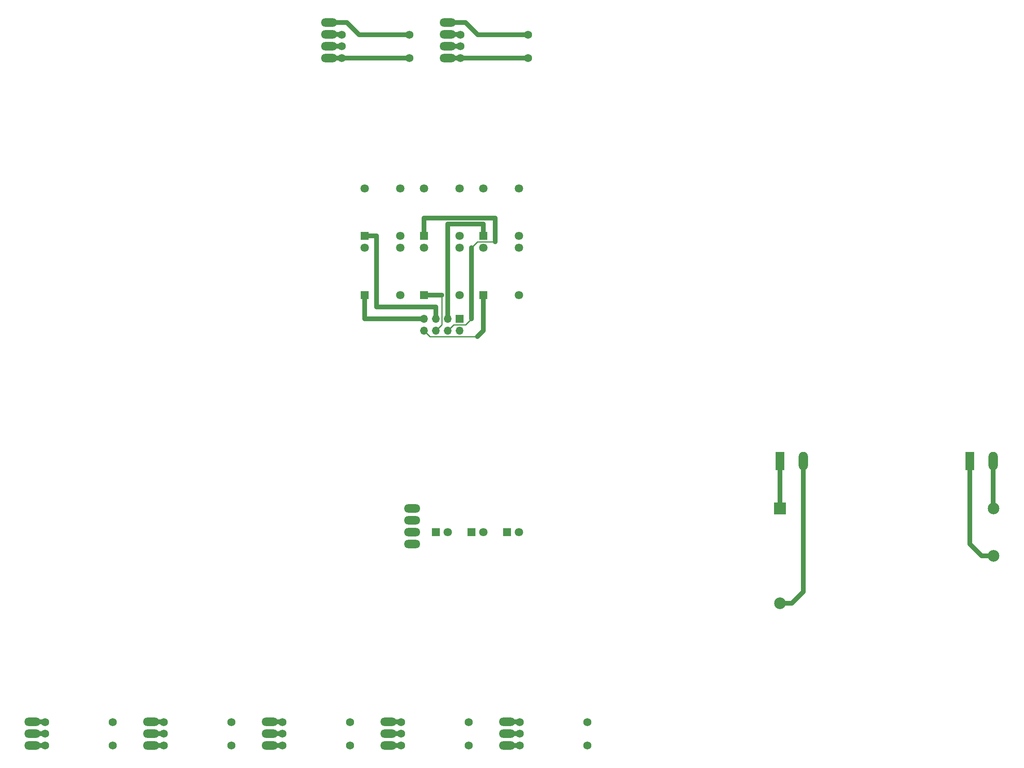
<source format=gtl>
G04 #@! TF.FileFunction,Copper,L1,Top,Signal*
%FSLAX46Y46*%
G04 Gerber Fmt 4.6, Leading zero omitted, Abs format (unit mm)*
G04 Created by KiCad (PCBNEW 4.0.6) date 11/03/19 16:58:40*
%MOMM*%
%LPD*%
G01*
G04 APERTURE LIST*
%ADD10C,0.100000*%
%ADD11C,1.800000*%
%ADD12R,1.800000X1.800000*%
%ADD13O,3.500120X1.800860*%
%ADD14R,1.700000X1.700000*%
%ADD15O,1.700000X1.700000*%
%ADD16C,1.750000*%
%ADD17R,1.980000X3.960000*%
%ADD18O,1.980000X3.960000*%
%ADD19R,2.500000X2.500000*%
%ADD20C,2.500000*%
%ADD21C,1.000000*%
%ADD22C,0.250000*%
G04 APERTURE END LIST*
D10*
D11*
X119380000Y-60960000D03*
X119380000Y-50800000D03*
D12*
X111760000Y-60960000D03*
D11*
X111760000Y-50800000D03*
D12*
X129540000Y-111760000D03*
D11*
X132080000Y-111760000D03*
D12*
X121920000Y-111760000D03*
D11*
X124460000Y-111760000D03*
D12*
X114300000Y-111760000D03*
D11*
X116840000Y-111760000D03*
D13*
X109220000Y-114300000D03*
X109220000Y-111760000D03*
X109220000Y-109220000D03*
X109220000Y-106680000D03*
X27940000Y-157480000D03*
X27940000Y-154940000D03*
X27940000Y-152400000D03*
X53340000Y-157480000D03*
X53340000Y-154940000D03*
X53340000Y-152400000D03*
X78740000Y-157480000D03*
X78740000Y-154940000D03*
X78740000Y-152400000D03*
X104140000Y-157480000D03*
X104140000Y-154940000D03*
X104140000Y-152400000D03*
X129540000Y-157480000D03*
X129540000Y-154940000D03*
X129540000Y-152400000D03*
X116840000Y-10160000D03*
X116840000Y-7620000D03*
X116840000Y-5080000D03*
X116840000Y-2540000D03*
X91440000Y-10160000D03*
X91440000Y-7620000D03*
X91440000Y-5080000D03*
X91440000Y-2540000D03*
D14*
X119380000Y-66040000D03*
D15*
X119380000Y-68580000D03*
X116840000Y-66040000D03*
X116840000Y-68580000D03*
X114300000Y-66040000D03*
X114300000Y-68580000D03*
X111760000Y-66040000D03*
X111760000Y-68580000D03*
D16*
X30600000Y-157440000D03*
X30600000Y-154940000D03*
X30600000Y-152440000D03*
X45100000Y-157440000D03*
X45100000Y-152440000D03*
X56000000Y-157440000D03*
X56000000Y-154940000D03*
X56000000Y-152440000D03*
X70500000Y-157440000D03*
X70500000Y-152440000D03*
X81400000Y-157440000D03*
X81400000Y-154940000D03*
X81400000Y-152440000D03*
X95900000Y-157440000D03*
X95900000Y-152440000D03*
X106800000Y-157440000D03*
X106800000Y-154940000D03*
X106800000Y-152440000D03*
X121300000Y-157440000D03*
X121300000Y-152440000D03*
X132200000Y-157440000D03*
X132200000Y-154940000D03*
X132200000Y-152440000D03*
X146700000Y-157440000D03*
X146700000Y-152440000D03*
X119500000Y-10120000D03*
X119500000Y-7620000D03*
X119500000Y-5120000D03*
X134000000Y-10120000D03*
X134000000Y-5120000D03*
X94100000Y-10120000D03*
X94100000Y-7620000D03*
X94100000Y-5120000D03*
X108600000Y-10120000D03*
X108600000Y-5120000D03*
D11*
X132080000Y-48260000D03*
X132080000Y-38100000D03*
D12*
X124460000Y-48260000D03*
D11*
X124460000Y-38100000D03*
X106680000Y-48260000D03*
X106680000Y-38100000D03*
D12*
X99060000Y-48260000D03*
D11*
X99060000Y-38100000D03*
X119380000Y-48260000D03*
X119380000Y-38100000D03*
D12*
X111760000Y-48260000D03*
D11*
X111760000Y-38100000D03*
X132080000Y-60960000D03*
X132080000Y-50800000D03*
D12*
X124460000Y-60960000D03*
D11*
X124460000Y-50800000D03*
X106680000Y-60960000D03*
X106680000Y-50800000D03*
D12*
X99060000Y-60960000D03*
D11*
X99060000Y-50800000D03*
D17*
X187960000Y-96520000D03*
D18*
X192960000Y-96520000D03*
D17*
X228600000Y-96520000D03*
D18*
X233600000Y-96520000D03*
D19*
X187960000Y-106680000D03*
D20*
X187960000Y-127000000D03*
X233680000Y-116840000D03*
X233680000Y-106680000D03*
D21*
X27940000Y-157480000D02*
X30560000Y-157480000D01*
D22*
X30560000Y-157480000D02*
X30600000Y-157440000D01*
D21*
X27940000Y-154940000D02*
X30600000Y-154940000D01*
X27940000Y-152400000D02*
X30560000Y-152400000D01*
D22*
X30560000Y-152400000D02*
X30600000Y-152440000D01*
D21*
X53340000Y-157480000D02*
X55960000Y-157480000D01*
D22*
X55960000Y-157480000D02*
X56000000Y-157440000D01*
D21*
X53340000Y-154940000D02*
X56000000Y-154940000D01*
X53340000Y-152400000D02*
X55960000Y-152400000D01*
D22*
X55960000Y-152400000D02*
X56000000Y-152440000D01*
D21*
X78740000Y-157480000D02*
X81360000Y-157480000D01*
D22*
X81360000Y-157480000D02*
X81400000Y-157440000D01*
D21*
X78740000Y-154940000D02*
X81400000Y-154940000D01*
X78740000Y-152400000D02*
X81360000Y-152400000D01*
D22*
X81360000Y-152400000D02*
X81400000Y-152440000D01*
D21*
X104140000Y-157480000D02*
X106760000Y-157480000D01*
D22*
X106760000Y-157480000D02*
X106800000Y-157440000D01*
D21*
X104140000Y-154940000D02*
X106800000Y-154940000D01*
X104140000Y-152400000D02*
X106760000Y-152400000D01*
D22*
X106760000Y-152400000D02*
X106800000Y-152440000D01*
D21*
X129540000Y-157480000D02*
X132160000Y-157480000D01*
D22*
X132160000Y-157480000D02*
X132200000Y-157440000D01*
D21*
X129540000Y-154940000D02*
X132200000Y-154940000D01*
X129540000Y-152400000D02*
X132160000Y-152400000D01*
D22*
X132160000Y-152400000D02*
X132200000Y-152440000D01*
D21*
X119500000Y-10120000D02*
X134000000Y-10120000D01*
X116840000Y-10160000D02*
X119460000Y-10160000D01*
D22*
X119460000Y-10160000D02*
X119500000Y-10120000D01*
D21*
X116840000Y-7620000D02*
X119500000Y-7620000D01*
X116840000Y-5080000D02*
X119460000Y-5080000D01*
D22*
X119460000Y-5080000D02*
X119500000Y-5120000D01*
D21*
X116840000Y-2540000D02*
X120650000Y-2540000D01*
X123230000Y-5120000D02*
X134000000Y-5120000D01*
X120650000Y-2540000D02*
X123230000Y-5120000D01*
X108600000Y-10120000D02*
X94100000Y-10120000D01*
X91440000Y-10160000D02*
X94060000Y-10160000D01*
D22*
X94060000Y-10160000D02*
X94100000Y-10120000D01*
D21*
X91440000Y-7620000D02*
X94100000Y-7620000D01*
X91440000Y-5080000D02*
X94060000Y-5080000D01*
D22*
X94060000Y-5080000D02*
X94100000Y-5120000D01*
D21*
X91440000Y-2540000D02*
X95250000Y-2540000D01*
X97830000Y-5120000D02*
X108600000Y-5120000D01*
X95250000Y-2540000D02*
X97830000Y-5120000D01*
X116840000Y-66040000D02*
X116840000Y-45720000D01*
X124460000Y-45720000D02*
X124460000Y-48260000D01*
X116840000Y-45720000D02*
X124460000Y-45720000D01*
D22*
X116840000Y-68580000D02*
X118110000Y-67310000D01*
D21*
X111760000Y-44450000D02*
X111760000Y-48260000D01*
X127000000Y-44450000D02*
X111760000Y-44450000D01*
X127000000Y-49530000D02*
X127000000Y-44450000D01*
D22*
X123190000Y-49530000D02*
X127000000Y-49530000D01*
X121920000Y-50800000D02*
X123190000Y-49530000D01*
D21*
X121920000Y-66040000D02*
X121920000Y-50800000D01*
D22*
X120650000Y-67310000D02*
X121920000Y-66040000D01*
X118110000Y-67310000D02*
X120650000Y-67310000D01*
D21*
X114300000Y-66040000D02*
X114300000Y-63500000D01*
X101600000Y-48260000D02*
X99060000Y-48260000D01*
X101600000Y-63500000D02*
X101600000Y-48260000D01*
X114300000Y-63500000D02*
X101600000Y-63500000D01*
D22*
X114300000Y-68580000D02*
X115570000Y-67310000D01*
D21*
X115570000Y-60960000D02*
X111760000Y-60960000D01*
D22*
X115570000Y-64770000D02*
X115570000Y-60960000D01*
X115570000Y-67310000D02*
X115570000Y-64770000D01*
D21*
X111760000Y-66040000D02*
X99060000Y-66040000D01*
X99060000Y-66040000D02*
X99060000Y-60960000D01*
D22*
X111760000Y-68580000D02*
X113030000Y-69850000D01*
D21*
X124460000Y-68580000D02*
X124460000Y-60960000D01*
X123190000Y-69850000D02*
X124460000Y-68580000D01*
D22*
X113030000Y-69850000D02*
X123190000Y-69850000D01*
D21*
X187960000Y-96520000D02*
X187960000Y-106680000D01*
X187960000Y-127000000D02*
X190500000Y-127000000D01*
X192960000Y-124540000D02*
X192960000Y-96520000D01*
X190500000Y-127000000D02*
X192960000Y-124540000D01*
X233680000Y-116840000D02*
X231140000Y-116840000D01*
X228600000Y-114300000D02*
X228600000Y-96520000D01*
X231140000Y-116840000D02*
X228600000Y-114300000D01*
X233600000Y-96520000D02*
X233600000Y-106600000D01*
X233600000Y-106600000D02*
X233680000Y-106680000D01*
M02*

</source>
